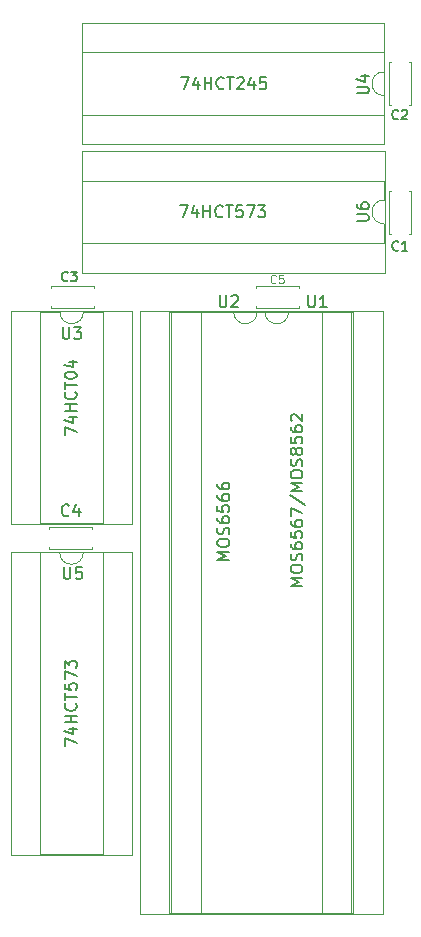
<source format=gbr>
%TF.GenerationSoftware,KiCad,Pcbnew,8.0.2*%
%TF.CreationDate,2024-06-14T23:34:29+02:00*%
%TF.ProjectId,MOS6566_Adapter,4d4f5336-3536-4365-9f41-646170746572,rev?*%
%TF.SameCoordinates,Original*%
%TF.FileFunction,Legend,Top*%
%TF.FilePolarity,Positive*%
%FSLAX46Y46*%
G04 Gerber Fmt 4.6, Leading zero omitted, Abs format (unit mm)*
G04 Created by KiCad (PCBNEW 8.0.2) date 2024-06-14 23:34:29*
%MOMM*%
%LPD*%
G01*
G04 APERTURE LIST*
%ADD10C,0.120000*%
%ADD11C,0.150000*%
G04 APERTURE END LIST*
D10*
X126183333Y-51050926D02*
X126150000Y-51084260D01*
X126150000Y-51084260D02*
X126050000Y-51117593D01*
X126050000Y-51117593D02*
X125983333Y-51117593D01*
X125983333Y-51117593D02*
X125883333Y-51084260D01*
X125883333Y-51084260D02*
X125816667Y-51017593D01*
X125816667Y-51017593D02*
X125783333Y-50950926D01*
X125783333Y-50950926D02*
X125750000Y-50817593D01*
X125750000Y-50817593D02*
X125750000Y-50717593D01*
X125750000Y-50717593D02*
X125783333Y-50584260D01*
X125783333Y-50584260D02*
X125816667Y-50517593D01*
X125816667Y-50517593D02*
X125883333Y-50450926D01*
X125883333Y-50450926D02*
X125983333Y-50417593D01*
X125983333Y-50417593D02*
X126050000Y-50417593D01*
X126050000Y-50417593D02*
X126150000Y-50450926D01*
X126150000Y-50450926D02*
X126183333Y-50484260D01*
X126816667Y-50417593D02*
X126483333Y-50417593D01*
X126483333Y-50417593D02*
X126450000Y-50750926D01*
X126450000Y-50750926D02*
X126483333Y-50717593D01*
X126483333Y-50717593D02*
X126550000Y-50684260D01*
X126550000Y-50684260D02*
X126716667Y-50684260D01*
X126716667Y-50684260D02*
X126783333Y-50717593D01*
X126783333Y-50717593D02*
X126816667Y-50750926D01*
X126816667Y-50750926D02*
X126850000Y-50817593D01*
X126850000Y-50817593D02*
X126850000Y-50984260D01*
X126850000Y-50984260D02*
X126816667Y-51050926D01*
X126816667Y-51050926D02*
X126783333Y-51084260D01*
X126783333Y-51084260D02*
X126716667Y-51117593D01*
X126716667Y-51117593D02*
X126550000Y-51117593D01*
X126550000Y-51117593D02*
X126483333Y-51084260D01*
X126483333Y-51084260D02*
X126450000Y-51050926D01*
D11*
X108566667Y-50886104D02*
X108528571Y-50924200D01*
X108528571Y-50924200D02*
X108414286Y-50962295D01*
X108414286Y-50962295D02*
X108338095Y-50962295D01*
X108338095Y-50962295D02*
X108223809Y-50924200D01*
X108223809Y-50924200D02*
X108147619Y-50848009D01*
X108147619Y-50848009D02*
X108109524Y-50771819D01*
X108109524Y-50771819D02*
X108071428Y-50619438D01*
X108071428Y-50619438D02*
X108071428Y-50505152D01*
X108071428Y-50505152D02*
X108109524Y-50352771D01*
X108109524Y-50352771D02*
X108147619Y-50276580D01*
X108147619Y-50276580D02*
X108223809Y-50200390D01*
X108223809Y-50200390D02*
X108338095Y-50162295D01*
X108338095Y-50162295D02*
X108414286Y-50162295D01*
X108414286Y-50162295D02*
X108528571Y-50200390D01*
X108528571Y-50200390D02*
X108566667Y-50238485D01*
X108833333Y-50162295D02*
X109328571Y-50162295D01*
X109328571Y-50162295D02*
X109061905Y-50467057D01*
X109061905Y-50467057D02*
X109176190Y-50467057D01*
X109176190Y-50467057D02*
X109252381Y-50505152D01*
X109252381Y-50505152D02*
X109290476Y-50543247D01*
X109290476Y-50543247D02*
X109328571Y-50619438D01*
X109328571Y-50619438D02*
X109328571Y-50809914D01*
X109328571Y-50809914D02*
X109290476Y-50886104D01*
X109290476Y-50886104D02*
X109252381Y-50924200D01*
X109252381Y-50924200D02*
X109176190Y-50962295D01*
X109176190Y-50962295D02*
X108947619Y-50962295D01*
X108947619Y-50962295D02*
X108871428Y-50924200D01*
X108871428Y-50924200D02*
X108833333Y-50886104D01*
X136566667Y-48286104D02*
X136528571Y-48324200D01*
X136528571Y-48324200D02*
X136414286Y-48362295D01*
X136414286Y-48362295D02*
X136338095Y-48362295D01*
X136338095Y-48362295D02*
X136223809Y-48324200D01*
X136223809Y-48324200D02*
X136147619Y-48248009D01*
X136147619Y-48248009D02*
X136109524Y-48171819D01*
X136109524Y-48171819D02*
X136071428Y-48019438D01*
X136071428Y-48019438D02*
X136071428Y-47905152D01*
X136071428Y-47905152D02*
X136109524Y-47752771D01*
X136109524Y-47752771D02*
X136147619Y-47676580D01*
X136147619Y-47676580D02*
X136223809Y-47600390D01*
X136223809Y-47600390D02*
X136338095Y-47562295D01*
X136338095Y-47562295D02*
X136414286Y-47562295D01*
X136414286Y-47562295D02*
X136528571Y-47600390D01*
X136528571Y-47600390D02*
X136566667Y-47638485D01*
X137328571Y-48362295D02*
X136871428Y-48362295D01*
X137100000Y-48362295D02*
X137100000Y-47562295D01*
X137100000Y-47562295D02*
X137023809Y-47676580D01*
X137023809Y-47676580D02*
X136947619Y-47752771D01*
X136947619Y-47752771D02*
X136871428Y-47790866D01*
X136566667Y-37186104D02*
X136528571Y-37224200D01*
X136528571Y-37224200D02*
X136414286Y-37262295D01*
X136414286Y-37262295D02*
X136338095Y-37262295D01*
X136338095Y-37262295D02*
X136223809Y-37224200D01*
X136223809Y-37224200D02*
X136147619Y-37148009D01*
X136147619Y-37148009D02*
X136109524Y-37071819D01*
X136109524Y-37071819D02*
X136071428Y-36919438D01*
X136071428Y-36919438D02*
X136071428Y-36805152D01*
X136071428Y-36805152D02*
X136109524Y-36652771D01*
X136109524Y-36652771D02*
X136147619Y-36576580D01*
X136147619Y-36576580D02*
X136223809Y-36500390D01*
X136223809Y-36500390D02*
X136338095Y-36462295D01*
X136338095Y-36462295D02*
X136414286Y-36462295D01*
X136414286Y-36462295D02*
X136528571Y-36500390D01*
X136528571Y-36500390D02*
X136566667Y-36538485D01*
X136871428Y-36538485D02*
X136909524Y-36500390D01*
X136909524Y-36500390D02*
X136985714Y-36462295D01*
X136985714Y-36462295D02*
X137176190Y-36462295D01*
X137176190Y-36462295D02*
X137252381Y-36500390D01*
X137252381Y-36500390D02*
X137290476Y-36538485D01*
X137290476Y-36538485D02*
X137328571Y-36614676D01*
X137328571Y-36614676D02*
X137328571Y-36690866D01*
X137328571Y-36690866D02*
X137290476Y-36805152D01*
X137290476Y-36805152D02*
X136833333Y-37262295D01*
X136833333Y-37262295D02*
X137328571Y-37262295D01*
X108138095Y-54854819D02*
X108138095Y-55664342D01*
X108138095Y-55664342D02*
X108185714Y-55759580D01*
X108185714Y-55759580D02*
X108233333Y-55807200D01*
X108233333Y-55807200D02*
X108328571Y-55854819D01*
X108328571Y-55854819D02*
X108519047Y-55854819D01*
X108519047Y-55854819D02*
X108614285Y-55807200D01*
X108614285Y-55807200D02*
X108661904Y-55759580D01*
X108661904Y-55759580D02*
X108709523Y-55664342D01*
X108709523Y-55664342D02*
X108709523Y-54854819D01*
X109090476Y-54854819D02*
X109709523Y-54854819D01*
X109709523Y-54854819D02*
X109376190Y-55235771D01*
X109376190Y-55235771D02*
X109519047Y-55235771D01*
X109519047Y-55235771D02*
X109614285Y-55283390D01*
X109614285Y-55283390D02*
X109661904Y-55331009D01*
X109661904Y-55331009D02*
X109709523Y-55426247D01*
X109709523Y-55426247D02*
X109709523Y-55664342D01*
X109709523Y-55664342D02*
X109661904Y-55759580D01*
X109661904Y-55759580D02*
X109614285Y-55807200D01*
X109614285Y-55807200D02*
X109519047Y-55854819D01*
X109519047Y-55854819D02*
X109233333Y-55854819D01*
X109233333Y-55854819D02*
X109138095Y-55807200D01*
X109138095Y-55807200D02*
X109090476Y-55759580D01*
X108320819Y-63966666D02*
X108320819Y-63300000D01*
X108320819Y-63300000D02*
X109320819Y-63728571D01*
X108654152Y-62490476D02*
X109320819Y-62490476D01*
X108273200Y-62728571D02*
X108987485Y-62966666D01*
X108987485Y-62966666D02*
X108987485Y-62347619D01*
X109320819Y-61966666D02*
X108320819Y-61966666D01*
X108797009Y-61966666D02*
X108797009Y-61395238D01*
X109320819Y-61395238D02*
X108320819Y-61395238D01*
X109225580Y-60347619D02*
X109273200Y-60395238D01*
X109273200Y-60395238D02*
X109320819Y-60538095D01*
X109320819Y-60538095D02*
X109320819Y-60633333D01*
X109320819Y-60633333D02*
X109273200Y-60776190D01*
X109273200Y-60776190D02*
X109177961Y-60871428D01*
X109177961Y-60871428D02*
X109082723Y-60919047D01*
X109082723Y-60919047D02*
X108892247Y-60966666D01*
X108892247Y-60966666D02*
X108749390Y-60966666D01*
X108749390Y-60966666D02*
X108558914Y-60919047D01*
X108558914Y-60919047D02*
X108463676Y-60871428D01*
X108463676Y-60871428D02*
X108368438Y-60776190D01*
X108368438Y-60776190D02*
X108320819Y-60633333D01*
X108320819Y-60633333D02*
X108320819Y-60538095D01*
X108320819Y-60538095D02*
X108368438Y-60395238D01*
X108368438Y-60395238D02*
X108416057Y-60347619D01*
X108320819Y-60061904D02*
X108320819Y-59490476D01*
X109320819Y-59776190D02*
X108320819Y-59776190D01*
X108320819Y-58966666D02*
X108320819Y-58871428D01*
X108320819Y-58871428D02*
X108368438Y-58776190D01*
X108368438Y-58776190D02*
X108416057Y-58728571D01*
X108416057Y-58728571D02*
X108511295Y-58680952D01*
X108511295Y-58680952D02*
X108701771Y-58633333D01*
X108701771Y-58633333D02*
X108939866Y-58633333D01*
X108939866Y-58633333D02*
X109130342Y-58680952D01*
X109130342Y-58680952D02*
X109225580Y-58728571D01*
X109225580Y-58728571D02*
X109273200Y-58776190D01*
X109273200Y-58776190D02*
X109320819Y-58871428D01*
X109320819Y-58871428D02*
X109320819Y-58966666D01*
X109320819Y-58966666D02*
X109273200Y-59061904D01*
X109273200Y-59061904D02*
X109225580Y-59109523D01*
X109225580Y-59109523D02*
X109130342Y-59157142D01*
X109130342Y-59157142D02*
X108939866Y-59204761D01*
X108939866Y-59204761D02*
X108701771Y-59204761D01*
X108701771Y-59204761D02*
X108511295Y-59157142D01*
X108511295Y-59157142D02*
X108416057Y-59109523D01*
X108416057Y-59109523D02*
X108368438Y-59061904D01*
X108368438Y-59061904D02*
X108320819Y-58966666D01*
X108654152Y-57776190D02*
X109320819Y-57776190D01*
X108273200Y-58014285D02*
X108987485Y-58252380D01*
X108987485Y-58252380D02*
X108987485Y-57633333D01*
X121438095Y-52154819D02*
X121438095Y-52964342D01*
X121438095Y-52964342D02*
X121485714Y-53059580D01*
X121485714Y-53059580D02*
X121533333Y-53107200D01*
X121533333Y-53107200D02*
X121628571Y-53154819D01*
X121628571Y-53154819D02*
X121819047Y-53154819D01*
X121819047Y-53154819D02*
X121914285Y-53107200D01*
X121914285Y-53107200D02*
X121961904Y-53059580D01*
X121961904Y-53059580D02*
X122009523Y-52964342D01*
X122009523Y-52964342D02*
X122009523Y-52154819D01*
X122438095Y-52250057D02*
X122485714Y-52202438D01*
X122485714Y-52202438D02*
X122580952Y-52154819D01*
X122580952Y-52154819D02*
X122819047Y-52154819D01*
X122819047Y-52154819D02*
X122914285Y-52202438D01*
X122914285Y-52202438D02*
X122961904Y-52250057D01*
X122961904Y-52250057D02*
X123009523Y-52345295D01*
X123009523Y-52345295D02*
X123009523Y-52440533D01*
X123009523Y-52440533D02*
X122961904Y-52583390D01*
X122961904Y-52583390D02*
X122390476Y-53154819D01*
X122390476Y-53154819D02*
X123009523Y-53154819D01*
X128454819Y-76738094D02*
X127454819Y-76738094D01*
X127454819Y-76738094D02*
X128169104Y-76404761D01*
X128169104Y-76404761D02*
X127454819Y-76071428D01*
X127454819Y-76071428D02*
X128454819Y-76071428D01*
X127454819Y-75404761D02*
X127454819Y-75214285D01*
X127454819Y-75214285D02*
X127502438Y-75119047D01*
X127502438Y-75119047D02*
X127597676Y-75023809D01*
X127597676Y-75023809D02*
X127788152Y-74976190D01*
X127788152Y-74976190D02*
X128121485Y-74976190D01*
X128121485Y-74976190D02*
X128311961Y-75023809D01*
X128311961Y-75023809D02*
X128407200Y-75119047D01*
X128407200Y-75119047D02*
X128454819Y-75214285D01*
X128454819Y-75214285D02*
X128454819Y-75404761D01*
X128454819Y-75404761D02*
X128407200Y-75499999D01*
X128407200Y-75499999D02*
X128311961Y-75595237D01*
X128311961Y-75595237D02*
X128121485Y-75642856D01*
X128121485Y-75642856D02*
X127788152Y-75642856D01*
X127788152Y-75642856D02*
X127597676Y-75595237D01*
X127597676Y-75595237D02*
X127502438Y-75499999D01*
X127502438Y-75499999D02*
X127454819Y-75404761D01*
X128407200Y-74595237D02*
X128454819Y-74452380D01*
X128454819Y-74452380D02*
X128454819Y-74214285D01*
X128454819Y-74214285D02*
X128407200Y-74119047D01*
X128407200Y-74119047D02*
X128359580Y-74071428D01*
X128359580Y-74071428D02*
X128264342Y-74023809D01*
X128264342Y-74023809D02*
X128169104Y-74023809D01*
X128169104Y-74023809D02*
X128073866Y-74071428D01*
X128073866Y-74071428D02*
X128026247Y-74119047D01*
X128026247Y-74119047D02*
X127978628Y-74214285D01*
X127978628Y-74214285D02*
X127931009Y-74404761D01*
X127931009Y-74404761D02*
X127883390Y-74499999D01*
X127883390Y-74499999D02*
X127835771Y-74547618D01*
X127835771Y-74547618D02*
X127740533Y-74595237D01*
X127740533Y-74595237D02*
X127645295Y-74595237D01*
X127645295Y-74595237D02*
X127550057Y-74547618D01*
X127550057Y-74547618D02*
X127502438Y-74499999D01*
X127502438Y-74499999D02*
X127454819Y-74404761D01*
X127454819Y-74404761D02*
X127454819Y-74166666D01*
X127454819Y-74166666D02*
X127502438Y-74023809D01*
X127454819Y-73166666D02*
X127454819Y-73357142D01*
X127454819Y-73357142D02*
X127502438Y-73452380D01*
X127502438Y-73452380D02*
X127550057Y-73499999D01*
X127550057Y-73499999D02*
X127692914Y-73595237D01*
X127692914Y-73595237D02*
X127883390Y-73642856D01*
X127883390Y-73642856D02*
X128264342Y-73642856D01*
X128264342Y-73642856D02*
X128359580Y-73595237D01*
X128359580Y-73595237D02*
X128407200Y-73547618D01*
X128407200Y-73547618D02*
X128454819Y-73452380D01*
X128454819Y-73452380D02*
X128454819Y-73261904D01*
X128454819Y-73261904D02*
X128407200Y-73166666D01*
X128407200Y-73166666D02*
X128359580Y-73119047D01*
X128359580Y-73119047D02*
X128264342Y-73071428D01*
X128264342Y-73071428D02*
X128026247Y-73071428D01*
X128026247Y-73071428D02*
X127931009Y-73119047D01*
X127931009Y-73119047D02*
X127883390Y-73166666D01*
X127883390Y-73166666D02*
X127835771Y-73261904D01*
X127835771Y-73261904D02*
X127835771Y-73452380D01*
X127835771Y-73452380D02*
X127883390Y-73547618D01*
X127883390Y-73547618D02*
X127931009Y-73595237D01*
X127931009Y-73595237D02*
X128026247Y-73642856D01*
X127454819Y-72166666D02*
X127454819Y-72642856D01*
X127454819Y-72642856D02*
X127931009Y-72690475D01*
X127931009Y-72690475D02*
X127883390Y-72642856D01*
X127883390Y-72642856D02*
X127835771Y-72547618D01*
X127835771Y-72547618D02*
X127835771Y-72309523D01*
X127835771Y-72309523D02*
X127883390Y-72214285D01*
X127883390Y-72214285D02*
X127931009Y-72166666D01*
X127931009Y-72166666D02*
X128026247Y-72119047D01*
X128026247Y-72119047D02*
X128264342Y-72119047D01*
X128264342Y-72119047D02*
X128359580Y-72166666D01*
X128359580Y-72166666D02*
X128407200Y-72214285D01*
X128407200Y-72214285D02*
X128454819Y-72309523D01*
X128454819Y-72309523D02*
X128454819Y-72547618D01*
X128454819Y-72547618D02*
X128407200Y-72642856D01*
X128407200Y-72642856D02*
X128359580Y-72690475D01*
X127454819Y-71261904D02*
X127454819Y-71452380D01*
X127454819Y-71452380D02*
X127502438Y-71547618D01*
X127502438Y-71547618D02*
X127550057Y-71595237D01*
X127550057Y-71595237D02*
X127692914Y-71690475D01*
X127692914Y-71690475D02*
X127883390Y-71738094D01*
X127883390Y-71738094D02*
X128264342Y-71738094D01*
X128264342Y-71738094D02*
X128359580Y-71690475D01*
X128359580Y-71690475D02*
X128407200Y-71642856D01*
X128407200Y-71642856D02*
X128454819Y-71547618D01*
X128454819Y-71547618D02*
X128454819Y-71357142D01*
X128454819Y-71357142D02*
X128407200Y-71261904D01*
X128407200Y-71261904D02*
X128359580Y-71214285D01*
X128359580Y-71214285D02*
X128264342Y-71166666D01*
X128264342Y-71166666D02*
X128026247Y-71166666D01*
X128026247Y-71166666D02*
X127931009Y-71214285D01*
X127931009Y-71214285D02*
X127883390Y-71261904D01*
X127883390Y-71261904D02*
X127835771Y-71357142D01*
X127835771Y-71357142D02*
X127835771Y-71547618D01*
X127835771Y-71547618D02*
X127883390Y-71642856D01*
X127883390Y-71642856D02*
X127931009Y-71690475D01*
X127931009Y-71690475D02*
X128026247Y-71738094D01*
X127454819Y-70833332D02*
X127454819Y-70166666D01*
X127454819Y-70166666D02*
X128454819Y-70595237D01*
X127407200Y-69071428D02*
X128692914Y-69928570D01*
X128454819Y-68738094D02*
X127454819Y-68738094D01*
X127454819Y-68738094D02*
X128169104Y-68404761D01*
X128169104Y-68404761D02*
X127454819Y-68071428D01*
X127454819Y-68071428D02*
X128454819Y-68071428D01*
X127454819Y-67404761D02*
X127454819Y-67214285D01*
X127454819Y-67214285D02*
X127502438Y-67119047D01*
X127502438Y-67119047D02*
X127597676Y-67023809D01*
X127597676Y-67023809D02*
X127788152Y-66976190D01*
X127788152Y-66976190D02*
X128121485Y-66976190D01*
X128121485Y-66976190D02*
X128311961Y-67023809D01*
X128311961Y-67023809D02*
X128407200Y-67119047D01*
X128407200Y-67119047D02*
X128454819Y-67214285D01*
X128454819Y-67214285D02*
X128454819Y-67404761D01*
X128454819Y-67404761D02*
X128407200Y-67499999D01*
X128407200Y-67499999D02*
X128311961Y-67595237D01*
X128311961Y-67595237D02*
X128121485Y-67642856D01*
X128121485Y-67642856D02*
X127788152Y-67642856D01*
X127788152Y-67642856D02*
X127597676Y-67595237D01*
X127597676Y-67595237D02*
X127502438Y-67499999D01*
X127502438Y-67499999D02*
X127454819Y-67404761D01*
X128407200Y-66595237D02*
X128454819Y-66452380D01*
X128454819Y-66452380D02*
X128454819Y-66214285D01*
X128454819Y-66214285D02*
X128407200Y-66119047D01*
X128407200Y-66119047D02*
X128359580Y-66071428D01*
X128359580Y-66071428D02*
X128264342Y-66023809D01*
X128264342Y-66023809D02*
X128169104Y-66023809D01*
X128169104Y-66023809D02*
X128073866Y-66071428D01*
X128073866Y-66071428D02*
X128026247Y-66119047D01*
X128026247Y-66119047D02*
X127978628Y-66214285D01*
X127978628Y-66214285D02*
X127931009Y-66404761D01*
X127931009Y-66404761D02*
X127883390Y-66499999D01*
X127883390Y-66499999D02*
X127835771Y-66547618D01*
X127835771Y-66547618D02*
X127740533Y-66595237D01*
X127740533Y-66595237D02*
X127645295Y-66595237D01*
X127645295Y-66595237D02*
X127550057Y-66547618D01*
X127550057Y-66547618D02*
X127502438Y-66499999D01*
X127502438Y-66499999D02*
X127454819Y-66404761D01*
X127454819Y-66404761D02*
X127454819Y-66166666D01*
X127454819Y-66166666D02*
X127502438Y-66023809D01*
X127883390Y-65452380D02*
X127835771Y-65547618D01*
X127835771Y-65547618D02*
X127788152Y-65595237D01*
X127788152Y-65595237D02*
X127692914Y-65642856D01*
X127692914Y-65642856D02*
X127645295Y-65642856D01*
X127645295Y-65642856D02*
X127550057Y-65595237D01*
X127550057Y-65595237D02*
X127502438Y-65547618D01*
X127502438Y-65547618D02*
X127454819Y-65452380D01*
X127454819Y-65452380D02*
X127454819Y-65261904D01*
X127454819Y-65261904D02*
X127502438Y-65166666D01*
X127502438Y-65166666D02*
X127550057Y-65119047D01*
X127550057Y-65119047D02*
X127645295Y-65071428D01*
X127645295Y-65071428D02*
X127692914Y-65071428D01*
X127692914Y-65071428D02*
X127788152Y-65119047D01*
X127788152Y-65119047D02*
X127835771Y-65166666D01*
X127835771Y-65166666D02*
X127883390Y-65261904D01*
X127883390Y-65261904D02*
X127883390Y-65452380D01*
X127883390Y-65452380D02*
X127931009Y-65547618D01*
X127931009Y-65547618D02*
X127978628Y-65595237D01*
X127978628Y-65595237D02*
X128073866Y-65642856D01*
X128073866Y-65642856D02*
X128264342Y-65642856D01*
X128264342Y-65642856D02*
X128359580Y-65595237D01*
X128359580Y-65595237D02*
X128407200Y-65547618D01*
X128407200Y-65547618D02*
X128454819Y-65452380D01*
X128454819Y-65452380D02*
X128454819Y-65261904D01*
X128454819Y-65261904D02*
X128407200Y-65166666D01*
X128407200Y-65166666D02*
X128359580Y-65119047D01*
X128359580Y-65119047D02*
X128264342Y-65071428D01*
X128264342Y-65071428D02*
X128073866Y-65071428D01*
X128073866Y-65071428D02*
X127978628Y-65119047D01*
X127978628Y-65119047D02*
X127931009Y-65166666D01*
X127931009Y-65166666D02*
X127883390Y-65261904D01*
X127454819Y-64166666D02*
X127454819Y-64642856D01*
X127454819Y-64642856D02*
X127931009Y-64690475D01*
X127931009Y-64690475D02*
X127883390Y-64642856D01*
X127883390Y-64642856D02*
X127835771Y-64547618D01*
X127835771Y-64547618D02*
X127835771Y-64309523D01*
X127835771Y-64309523D02*
X127883390Y-64214285D01*
X127883390Y-64214285D02*
X127931009Y-64166666D01*
X127931009Y-64166666D02*
X128026247Y-64119047D01*
X128026247Y-64119047D02*
X128264342Y-64119047D01*
X128264342Y-64119047D02*
X128359580Y-64166666D01*
X128359580Y-64166666D02*
X128407200Y-64214285D01*
X128407200Y-64214285D02*
X128454819Y-64309523D01*
X128454819Y-64309523D02*
X128454819Y-64547618D01*
X128454819Y-64547618D02*
X128407200Y-64642856D01*
X128407200Y-64642856D02*
X128359580Y-64690475D01*
X127454819Y-63261904D02*
X127454819Y-63452380D01*
X127454819Y-63452380D02*
X127502438Y-63547618D01*
X127502438Y-63547618D02*
X127550057Y-63595237D01*
X127550057Y-63595237D02*
X127692914Y-63690475D01*
X127692914Y-63690475D02*
X127883390Y-63738094D01*
X127883390Y-63738094D02*
X128264342Y-63738094D01*
X128264342Y-63738094D02*
X128359580Y-63690475D01*
X128359580Y-63690475D02*
X128407200Y-63642856D01*
X128407200Y-63642856D02*
X128454819Y-63547618D01*
X128454819Y-63547618D02*
X128454819Y-63357142D01*
X128454819Y-63357142D02*
X128407200Y-63261904D01*
X128407200Y-63261904D02*
X128359580Y-63214285D01*
X128359580Y-63214285D02*
X128264342Y-63166666D01*
X128264342Y-63166666D02*
X128026247Y-63166666D01*
X128026247Y-63166666D02*
X127931009Y-63214285D01*
X127931009Y-63214285D02*
X127883390Y-63261904D01*
X127883390Y-63261904D02*
X127835771Y-63357142D01*
X127835771Y-63357142D02*
X127835771Y-63547618D01*
X127835771Y-63547618D02*
X127883390Y-63642856D01*
X127883390Y-63642856D02*
X127931009Y-63690475D01*
X127931009Y-63690475D02*
X128026247Y-63738094D01*
X127550057Y-62785713D02*
X127502438Y-62738094D01*
X127502438Y-62738094D02*
X127454819Y-62642856D01*
X127454819Y-62642856D02*
X127454819Y-62404761D01*
X127454819Y-62404761D02*
X127502438Y-62309523D01*
X127502438Y-62309523D02*
X127550057Y-62261904D01*
X127550057Y-62261904D02*
X127645295Y-62214285D01*
X127645295Y-62214285D02*
X127740533Y-62214285D01*
X127740533Y-62214285D02*
X127883390Y-62261904D01*
X127883390Y-62261904D02*
X128454819Y-62833332D01*
X128454819Y-62833332D02*
X128454819Y-62214285D01*
X133054819Y-45861904D02*
X133864342Y-45861904D01*
X133864342Y-45861904D02*
X133959580Y-45814285D01*
X133959580Y-45814285D02*
X134007200Y-45766666D01*
X134007200Y-45766666D02*
X134054819Y-45671428D01*
X134054819Y-45671428D02*
X134054819Y-45480952D01*
X134054819Y-45480952D02*
X134007200Y-45385714D01*
X134007200Y-45385714D02*
X133959580Y-45338095D01*
X133959580Y-45338095D02*
X133864342Y-45290476D01*
X133864342Y-45290476D02*
X133054819Y-45290476D01*
X133054819Y-44385714D02*
X133054819Y-44576190D01*
X133054819Y-44576190D02*
X133102438Y-44671428D01*
X133102438Y-44671428D02*
X133150057Y-44719047D01*
X133150057Y-44719047D02*
X133292914Y-44814285D01*
X133292914Y-44814285D02*
X133483390Y-44861904D01*
X133483390Y-44861904D02*
X133864342Y-44861904D01*
X133864342Y-44861904D02*
X133959580Y-44814285D01*
X133959580Y-44814285D02*
X134007200Y-44766666D01*
X134007200Y-44766666D02*
X134054819Y-44671428D01*
X134054819Y-44671428D02*
X134054819Y-44480952D01*
X134054819Y-44480952D02*
X134007200Y-44385714D01*
X134007200Y-44385714D02*
X133959580Y-44338095D01*
X133959580Y-44338095D02*
X133864342Y-44290476D01*
X133864342Y-44290476D02*
X133626247Y-44290476D01*
X133626247Y-44290476D02*
X133531009Y-44338095D01*
X133531009Y-44338095D02*
X133483390Y-44385714D01*
X133483390Y-44385714D02*
X133435771Y-44480952D01*
X133435771Y-44480952D02*
X133435771Y-44671428D01*
X133435771Y-44671428D02*
X133483390Y-44766666D01*
X133483390Y-44766666D02*
X133531009Y-44814285D01*
X133531009Y-44814285D02*
X133626247Y-44861904D01*
X118068643Y-44544819D02*
X118735309Y-44544819D01*
X118735309Y-44544819D02*
X118306738Y-45544819D01*
X119544833Y-44878152D02*
X119544833Y-45544819D01*
X119306738Y-44497200D02*
X119068643Y-45211485D01*
X119068643Y-45211485D02*
X119687690Y-45211485D01*
X120068643Y-45544819D02*
X120068643Y-44544819D01*
X120068643Y-45021009D02*
X120640071Y-45021009D01*
X120640071Y-45544819D02*
X120640071Y-44544819D01*
X121687690Y-45449580D02*
X121640071Y-45497200D01*
X121640071Y-45497200D02*
X121497214Y-45544819D01*
X121497214Y-45544819D02*
X121401976Y-45544819D01*
X121401976Y-45544819D02*
X121259119Y-45497200D01*
X121259119Y-45497200D02*
X121163881Y-45401961D01*
X121163881Y-45401961D02*
X121116262Y-45306723D01*
X121116262Y-45306723D02*
X121068643Y-45116247D01*
X121068643Y-45116247D02*
X121068643Y-44973390D01*
X121068643Y-44973390D02*
X121116262Y-44782914D01*
X121116262Y-44782914D02*
X121163881Y-44687676D01*
X121163881Y-44687676D02*
X121259119Y-44592438D01*
X121259119Y-44592438D02*
X121401976Y-44544819D01*
X121401976Y-44544819D02*
X121497214Y-44544819D01*
X121497214Y-44544819D02*
X121640071Y-44592438D01*
X121640071Y-44592438D02*
X121687690Y-44640057D01*
X121973405Y-44544819D02*
X122544833Y-44544819D01*
X122259119Y-45544819D02*
X122259119Y-44544819D01*
X123354357Y-44544819D02*
X122878167Y-44544819D01*
X122878167Y-44544819D02*
X122830548Y-45021009D01*
X122830548Y-45021009D02*
X122878167Y-44973390D01*
X122878167Y-44973390D02*
X122973405Y-44925771D01*
X122973405Y-44925771D02*
X123211500Y-44925771D01*
X123211500Y-44925771D02*
X123306738Y-44973390D01*
X123306738Y-44973390D02*
X123354357Y-45021009D01*
X123354357Y-45021009D02*
X123401976Y-45116247D01*
X123401976Y-45116247D02*
X123401976Y-45354342D01*
X123401976Y-45354342D02*
X123354357Y-45449580D01*
X123354357Y-45449580D02*
X123306738Y-45497200D01*
X123306738Y-45497200D02*
X123211500Y-45544819D01*
X123211500Y-45544819D02*
X122973405Y-45544819D01*
X122973405Y-45544819D02*
X122878167Y-45497200D01*
X122878167Y-45497200D02*
X122830548Y-45449580D01*
X123735310Y-44544819D02*
X124401976Y-44544819D01*
X124401976Y-44544819D02*
X123973405Y-45544819D01*
X124687691Y-44544819D02*
X125306738Y-44544819D01*
X125306738Y-44544819D02*
X124973405Y-44925771D01*
X124973405Y-44925771D02*
X125116262Y-44925771D01*
X125116262Y-44925771D02*
X125211500Y-44973390D01*
X125211500Y-44973390D02*
X125259119Y-45021009D01*
X125259119Y-45021009D02*
X125306738Y-45116247D01*
X125306738Y-45116247D02*
X125306738Y-45354342D01*
X125306738Y-45354342D02*
X125259119Y-45449580D01*
X125259119Y-45449580D02*
X125211500Y-45497200D01*
X125211500Y-45497200D02*
X125116262Y-45544819D01*
X125116262Y-45544819D02*
X124830548Y-45544819D01*
X124830548Y-45544819D02*
X124735310Y-45497200D01*
X124735310Y-45497200D02*
X124687691Y-45449580D01*
X108238095Y-75154819D02*
X108238095Y-75964342D01*
X108238095Y-75964342D02*
X108285714Y-76059580D01*
X108285714Y-76059580D02*
X108333333Y-76107200D01*
X108333333Y-76107200D02*
X108428571Y-76154819D01*
X108428571Y-76154819D02*
X108619047Y-76154819D01*
X108619047Y-76154819D02*
X108714285Y-76107200D01*
X108714285Y-76107200D02*
X108761904Y-76059580D01*
X108761904Y-76059580D02*
X108809523Y-75964342D01*
X108809523Y-75964342D02*
X108809523Y-75154819D01*
X109761904Y-75154819D02*
X109285714Y-75154819D01*
X109285714Y-75154819D02*
X109238095Y-75631009D01*
X109238095Y-75631009D02*
X109285714Y-75583390D01*
X109285714Y-75583390D02*
X109380952Y-75535771D01*
X109380952Y-75535771D02*
X109619047Y-75535771D01*
X109619047Y-75535771D02*
X109714285Y-75583390D01*
X109714285Y-75583390D02*
X109761904Y-75631009D01*
X109761904Y-75631009D02*
X109809523Y-75726247D01*
X109809523Y-75726247D02*
X109809523Y-75964342D01*
X109809523Y-75964342D02*
X109761904Y-76059580D01*
X109761904Y-76059580D02*
X109714285Y-76107200D01*
X109714285Y-76107200D02*
X109619047Y-76154819D01*
X109619047Y-76154819D02*
X109380952Y-76154819D01*
X109380952Y-76154819D02*
X109285714Y-76107200D01*
X109285714Y-76107200D02*
X109238095Y-76059580D01*
X108338819Y-90317856D02*
X108338819Y-89651190D01*
X108338819Y-89651190D02*
X109338819Y-90079761D01*
X108672152Y-88841666D02*
X109338819Y-88841666D01*
X108291200Y-89079761D02*
X109005485Y-89317856D01*
X109005485Y-89317856D02*
X109005485Y-88698809D01*
X109338819Y-88317856D02*
X108338819Y-88317856D01*
X108815009Y-88317856D02*
X108815009Y-87746428D01*
X109338819Y-87746428D02*
X108338819Y-87746428D01*
X109243580Y-86698809D02*
X109291200Y-86746428D01*
X109291200Y-86746428D02*
X109338819Y-86889285D01*
X109338819Y-86889285D02*
X109338819Y-86984523D01*
X109338819Y-86984523D02*
X109291200Y-87127380D01*
X109291200Y-87127380D02*
X109195961Y-87222618D01*
X109195961Y-87222618D02*
X109100723Y-87270237D01*
X109100723Y-87270237D02*
X108910247Y-87317856D01*
X108910247Y-87317856D02*
X108767390Y-87317856D01*
X108767390Y-87317856D02*
X108576914Y-87270237D01*
X108576914Y-87270237D02*
X108481676Y-87222618D01*
X108481676Y-87222618D02*
X108386438Y-87127380D01*
X108386438Y-87127380D02*
X108338819Y-86984523D01*
X108338819Y-86984523D02*
X108338819Y-86889285D01*
X108338819Y-86889285D02*
X108386438Y-86746428D01*
X108386438Y-86746428D02*
X108434057Y-86698809D01*
X108338819Y-86413094D02*
X108338819Y-85841666D01*
X109338819Y-86127380D02*
X108338819Y-86127380D01*
X108338819Y-85032142D02*
X108338819Y-85508332D01*
X108338819Y-85508332D02*
X108815009Y-85555951D01*
X108815009Y-85555951D02*
X108767390Y-85508332D01*
X108767390Y-85508332D02*
X108719771Y-85413094D01*
X108719771Y-85413094D02*
X108719771Y-85174999D01*
X108719771Y-85174999D02*
X108767390Y-85079761D01*
X108767390Y-85079761D02*
X108815009Y-85032142D01*
X108815009Y-85032142D02*
X108910247Y-84984523D01*
X108910247Y-84984523D02*
X109148342Y-84984523D01*
X109148342Y-84984523D02*
X109243580Y-85032142D01*
X109243580Y-85032142D02*
X109291200Y-85079761D01*
X109291200Y-85079761D02*
X109338819Y-85174999D01*
X109338819Y-85174999D02*
X109338819Y-85413094D01*
X109338819Y-85413094D02*
X109291200Y-85508332D01*
X109291200Y-85508332D02*
X109243580Y-85555951D01*
X108338819Y-84651189D02*
X108338819Y-83984523D01*
X108338819Y-83984523D02*
X109338819Y-84413094D01*
X108338819Y-83698808D02*
X108338819Y-83079761D01*
X108338819Y-83079761D02*
X108719771Y-83413094D01*
X108719771Y-83413094D02*
X108719771Y-83270237D01*
X108719771Y-83270237D02*
X108767390Y-83174999D01*
X108767390Y-83174999D02*
X108815009Y-83127380D01*
X108815009Y-83127380D02*
X108910247Y-83079761D01*
X108910247Y-83079761D02*
X109148342Y-83079761D01*
X109148342Y-83079761D02*
X109243580Y-83127380D01*
X109243580Y-83127380D02*
X109291200Y-83174999D01*
X109291200Y-83174999D02*
X109338819Y-83270237D01*
X109338819Y-83270237D02*
X109338819Y-83555951D01*
X109338819Y-83555951D02*
X109291200Y-83651189D01*
X109291200Y-83651189D02*
X109243580Y-83698808D01*
X128938095Y-52154819D02*
X128938095Y-52964342D01*
X128938095Y-52964342D02*
X128985714Y-53059580D01*
X128985714Y-53059580D02*
X129033333Y-53107200D01*
X129033333Y-53107200D02*
X129128571Y-53154819D01*
X129128571Y-53154819D02*
X129319047Y-53154819D01*
X129319047Y-53154819D02*
X129414285Y-53107200D01*
X129414285Y-53107200D02*
X129461904Y-53059580D01*
X129461904Y-53059580D02*
X129509523Y-52964342D01*
X129509523Y-52964342D02*
X129509523Y-52154819D01*
X130509523Y-53154819D02*
X129938095Y-53154819D01*
X130223809Y-53154819D02*
X130223809Y-52154819D01*
X130223809Y-52154819D02*
X130128571Y-52297676D01*
X130128571Y-52297676D02*
X130033333Y-52392914D01*
X130033333Y-52392914D02*
X129938095Y-52440533D01*
X122254819Y-74538094D02*
X121254819Y-74538094D01*
X121254819Y-74538094D02*
X121969104Y-74204761D01*
X121969104Y-74204761D02*
X121254819Y-73871428D01*
X121254819Y-73871428D02*
X122254819Y-73871428D01*
X121254819Y-73204761D02*
X121254819Y-73014285D01*
X121254819Y-73014285D02*
X121302438Y-72919047D01*
X121302438Y-72919047D02*
X121397676Y-72823809D01*
X121397676Y-72823809D02*
X121588152Y-72776190D01*
X121588152Y-72776190D02*
X121921485Y-72776190D01*
X121921485Y-72776190D02*
X122111961Y-72823809D01*
X122111961Y-72823809D02*
X122207200Y-72919047D01*
X122207200Y-72919047D02*
X122254819Y-73014285D01*
X122254819Y-73014285D02*
X122254819Y-73204761D01*
X122254819Y-73204761D02*
X122207200Y-73299999D01*
X122207200Y-73299999D02*
X122111961Y-73395237D01*
X122111961Y-73395237D02*
X121921485Y-73442856D01*
X121921485Y-73442856D02*
X121588152Y-73442856D01*
X121588152Y-73442856D02*
X121397676Y-73395237D01*
X121397676Y-73395237D02*
X121302438Y-73299999D01*
X121302438Y-73299999D02*
X121254819Y-73204761D01*
X122207200Y-72395237D02*
X122254819Y-72252380D01*
X122254819Y-72252380D02*
X122254819Y-72014285D01*
X122254819Y-72014285D02*
X122207200Y-71919047D01*
X122207200Y-71919047D02*
X122159580Y-71871428D01*
X122159580Y-71871428D02*
X122064342Y-71823809D01*
X122064342Y-71823809D02*
X121969104Y-71823809D01*
X121969104Y-71823809D02*
X121873866Y-71871428D01*
X121873866Y-71871428D02*
X121826247Y-71919047D01*
X121826247Y-71919047D02*
X121778628Y-72014285D01*
X121778628Y-72014285D02*
X121731009Y-72204761D01*
X121731009Y-72204761D02*
X121683390Y-72299999D01*
X121683390Y-72299999D02*
X121635771Y-72347618D01*
X121635771Y-72347618D02*
X121540533Y-72395237D01*
X121540533Y-72395237D02*
X121445295Y-72395237D01*
X121445295Y-72395237D02*
X121350057Y-72347618D01*
X121350057Y-72347618D02*
X121302438Y-72299999D01*
X121302438Y-72299999D02*
X121254819Y-72204761D01*
X121254819Y-72204761D02*
X121254819Y-71966666D01*
X121254819Y-71966666D02*
X121302438Y-71823809D01*
X121254819Y-70966666D02*
X121254819Y-71157142D01*
X121254819Y-71157142D02*
X121302438Y-71252380D01*
X121302438Y-71252380D02*
X121350057Y-71299999D01*
X121350057Y-71299999D02*
X121492914Y-71395237D01*
X121492914Y-71395237D02*
X121683390Y-71442856D01*
X121683390Y-71442856D02*
X122064342Y-71442856D01*
X122064342Y-71442856D02*
X122159580Y-71395237D01*
X122159580Y-71395237D02*
X122207200Y-71347618D01*
X122207200Y-71347618D02*
X122254819Y-71252380D01*
X122254819Y-71252380D02*
X122254819Y-71061904D01*
X122254819Y-71061904D02*
X122207200Y-70966666D01*
X122207200Y-70966666D02*
X122159580Y-70919047D01*
X122159580Y-70919047D02*
X122064342Y-70871428D01*
X122064342Y-70871428D02*
X121826247Y-70871428D01*
X121826247Y-70871428D02*
X121731009Y-70919047D01*
X121731009Y-70919047D02*
X121683390Y-70966666D01*
X121683390Y-70966666D02*
X121635771Y-71061904D01*
X121635771Y-71061904D02*
X121635771Y-71252380D01*
X121635771Y-71252380D02*
X121683390Y-71347618D01*
X121683390Y-71347618D02*
X121731009Y-71395237D01*
X121731009Y-71395237D02*
X121826247Y-71442856D01*
X121254819Y-69966666D02*
X121254819Y-70442856D01*
X121254819Y-70442856D02*
X121731009Y-70490475D01*
X121731009Y-70490475D02*
X121683390Y-70442856D01*
X121683390Y-70442856D02*
X121635771Y-70347618D01*
X121635771Y-70347618D02*
X121635771Y-70109523D01*
X121635771Y-70109523D02*
X121683390Y-70014285D01*
X121683390Y-70014285D02*
X121731009Y-69966666D01*
X121731009Y-69966666D02*
X121826247Y-69919047D01*
X121826247Y-69919047D02*
X122064342Y-69919047D01*
X122064342Y-69919047D02*
X122159580Y-69966666D01*
X122159580Y-69966666D02*
X122207200Y-70014285D01*
X122207200Y-70014285D02*
X122254819Y-70109523D01*
X122254819Y-70109523D02*
X122254819Y-70347618D01*
X122254819Y-70347618D02*
X122207200Y-70442856D01*
X122207200Y-70442856D02*
X122159580Y-70490475D01*
X121254819Y-69061904D02*
X121254819Y-69252380D01*
X121254819Y-69252380D02*
X121302438Y-69347618D01*
X121302438Y-69347618D02*
X121350057Y-69395237D01*
X121350057Y-69395237D02*
X121492914Y-69490475D01*
X121492914Y-69490475D02*
X121683390Y-69538094D01*
X121683390Y-69538094D02*
X122064342Y-69538094D01*
X122064342Y-69538094D02*
X122159580Y-69490475D01*
X122159580Y-69490475D02*
X122207200Y-69442856D01*
X122207200Y-69442856D02*
X122254819Y-69347618D01*
X122254819Y-69347618D02*
X122254819Y-69157142D01*
X122254819Y-69157142D02*
X122207200Y-69061904D01*
X122207200Y-69061904D02*
X122159580Y-69014285D01*
X122159580Y-69014285D02*
X122064342Y-68966666D01*
X122064342Y-68966666D02*
X121826247Y-68966666D01*
X121826247Y-68966666D02*
X121731009Y-69014285D01*
X121731009Y-69014285D02*
X121683390Y-69061904D01*
X121683390Y-69061904D02*
X121635771Y-69157142D01*
X121635771Y-69157142D02*
X121635771Y-69347618D01*
X121635771Y-69347618D02*
X121683390Y-69442856D01*
X121683390Y-69442856D02*
X121731009Y-69490475D01*
X121731009Y-69490475D02*
X121826247Y-69538094D01*
X121254819Y-68109523D02*
X121254819Y-68299999D01*
X121254819Y-68299999D02*
X121302438Y-68395237D01*
X121302438Y-68395237D02*
X121350057Y-68442856D01*
X121350057Y-68442856D02*
X121492914Y-68538094D01*
X121492914Y-68538094D02*
X121683390Y-68585713D01*
X121683390Y-68585713D02*
X122064342Y-68585713D01*
X122064342Y-68585713D02*
X122159580Y-68538094D01*
X122159580Y-68538094D02*
X122207200Y-68490475D01*
X122207200Y-68490475D02*
X122254819Y-68395237D01*
X122254819Y-68395237D02*
X122254819Y-68204761D01*
X122254819Y-68204761D02*
X122207200Y-68109523D01*
X122207200Y-68109523D02*
X122159580Y-68061904D01*
X122159580Y-68061904D02*
X122064342Y-68014285D01*
X122064342Y-68014285D02*
X121826247Y-68014285D01*
X121826247Y-68014285D02*
X121731009Y-68061904D01*
X121731009Y-68061904D02*
X121683390Y-68109523D01*
X121683390Y-68109523D02*
X121635771Y-68204761D01*
X121635771Y-68204761D02*
X121635771Y-68395237D01*
X121635771Y-68395237D02*
X121683390Y-68490475D01*
X121683390Y-68490475D02*
X121731009Y-68538094D01*
X121731009Y-68538094D02*
X121826247Y-68585713D01*
X108683333Y-70759580D02*
X108635714Y-70807200D01*
X108635714Y-70807200D02*
X108492857Y-70854819D01*
X108492857Y-70854819D02*
X108397619Y-70854819D01*
X108397619Y-70854819D02*
X108254762Y-70807200D01*
X108254762Y-70807200D02*
X108159524Y-70711961D01*
X108159524Y-70711961D02*
X108111905Y-70616723D01*
X108111905Y-70616723D02*
X108064286Y-70426247D01*
X108064286Y-70426247D02*
X108064286Y-70283390D01*
X108064286Y-70283390D02*
X108111905Y-70092914D01*
X108111905Y-70092914D02*
X108159524Y-69997676D01*
X108159524Y-69997676D02*
X108254762Y-69902438D01*
X108254762Y-69902438D02*
X108397619Y-69854819D01*
X108397619Y-69854819D02*
X108492857Y-69854819D01*
X108492857Y-69854819D02*
X108635714Y-69902438D01*
X108635714Y-69902438D02*
X108683333Y-69950057D01*
X109540476Y-70188152D02*
X109540476Y-70854819D01*
X109302381Y-69807200D02*
X109064286Y-70521485D01*
X109064286Y-70521485D02*
X109683333Y-70521485D01*
X133054819Y-35061904D02*
X133864342Y-35061904D01*
X133864342Y-35061904D02*
X133959580Y-35014285D01*
X133959580Y-35014285D02*
X134007200Y-34966666D01*
X134007200Y-34966666D02*
X134054819Y-34871428D01*
X134054819Y-34871428D02*
X134054819Y-34680952D01*
X134054819Y-34680952D02*
X134007200Y-34585714D01*
X134007200Y-34585714D02*
X133959580Y-34538095D01*
X133959580Y-34538095D02*
X133864342Y-34490476D01*
X133864342Y-34490476D02*
X133054819Y-34490476D01*
X133388152Y-33585714D02*
X134054819Y-33585714D01*
X133007200Y-33823809D02*
X133721485Y-34061904D01*
X133721485Y-34061904D02*
X133721485Y-33442857D01*
X118168643Y-33694819D02*
X118835309Y-33694819D01*
X118835309Y-33694819D02*
X118406738Y-34694819D01*
X119644833Y-34028152D02*
X119644833Y-34694819D01*
X119406738Y-33647200D02*
X119168643Y-34361485D01*
X119168643Y-34361485D02*
X119787690Y-34361485D01*
X120168643Y-34694819D02*
X120168643Y-33694819D01*
X120168643Y-34171009D02*
X120740071Y-34171009D01*
X120740071Y-34694819D02*
X120740071Y-33694819D01*
X121787690Y-34599580D02*
X121740071Y-34647200D01*
X121740071Y-34647200D02*
X121597214Y-34694819D01*
X121597214Y-34694819D02*
X121501976Y-34694819D01*
X121501976Y-34694819D02*
X121359119Y-34647200D01*
X121359119Y-34647200D02*
X121263881Y-34551961D01*
X121263881Y-34551961D02*
X121216262Y-34456723D01*
X121216262Y-34456723D02*
X121168643Y-34266247D01*
X121168643Y-34266247D02*
X121168643Y-34123390D01*
X121168643Y-34123390D02*
X121216262Y-33932914D01*
X121216262Y-33932914D02*
X121263881Y-33837676D01*
X121263881Y-33837676D02*
X121359119Y-33742438D01*
X121359119Y-33742438D02*
X121501976Y-33694819D01*
X121501976Y-33694819D02*
X121597214Y-33694819D01*
X121597214Y-33694819D02*
X121740071Y-33742438D01*
X121740071Y-33742438D02*
X121787690Y-33790057D01*
X122073405Y-33694819D02*
X122644833Y-33694819D01*
X122359119Y-34694819D02*
X122359119Y-33694819D01*
X122930548Y-33790057D02*
X122978167Y-33742438D01*
X122978167Y-33742438D02*
X123073405Y-33694819D01*
X123073405Y-33694819D02*
X123311500Y-33694819D01*
X123311500Y-33694819D02*
X123406738Y-33742438D01*
X123406738Y-33742438D02*
X123454357Y-33790057D01*
X123454357Y-33790057D02*
X123501976Y-33885295D01*
X123501976Y-33885295D02*
X123501976Y-33980533D01*
X123501976Y-33980533D02*
X123454357Y-34123390D01*
X123454357Y-34123390D02*
X122882929Y-34694819D01*
X122882929Y-34694819D02*
X123501976Y-34694819D01*
X124359119Y-34028152D02*
X124359119Y-34694819D01*
X124121024Y-33647200D02*
X123882929Y-34361485D01*
X123882929Y-34361485D02*
X124501976Y-34361485D01*
X125359119Y-33694819D02*
X124882929Y-33694819D01*
X124882929Y-33694819D02*
X124835310Y-34171009D01*
X124835310Y-34171009D02*
X124882929Y-34123390D01*
X124882929Y-34123390D02*
X124978167Y-34075771D01*
X124978167Y-34075771D02*
X125216262Y-34075771D01*
X125216262Y-34075771D02*
X125311500Y-34123390D01*
X125311500Y-34123390D02*
X125359119Y-34171009D01*
X125359119Y-34171009D02*
X125406738Y-34266247D01*
X125406738Y-34266247D02*
X125406738Y-34504342D01*
X125406738Y-34504342D02*
X125359119Y-34599580D01*
X125359119Y-34599580D02*
X125311500Y-34647200D01*
X125311500Y-34647200D02*
X125216262Y-34694819D01*
X125216262Y-34694819D02*
X124978167Y-34694819D01*
X124978167Y-34694819D02*
X124882929Y-34647200D01*
X124882929Y-34647200D02*
X124835310Y-34599580D01*
D10*
%TO.C,C5*%
X124530000Y-51550000D02*
X124530000Y-51377500D01*
X124530000Y-53210000D02*
X124530000Y-53080000D01*
X128170000Y-51375000D02*
X124530000Y-51375000D01*
X128170000Y-51560000D02*
X128170000Y-51375000D01*
X128170000Y-53210000D02*
X124530000Y-53210000D01*
X128170000Y-53210000D02*
X128170000Y-53087500D01*
%TO.C,C3*%
X107130000Y-51390000D02*
X107130000Y-51512500D01*
X107130000Y-51390000D02*
X110770000Y-51390000D01*
X107130000Y-53040000D02*
X107130000Y-53225000D01*
X107130000Y-53225000D02*
X110770000Y-53225000D01*
X110770000Y-51390000D02*
X110770000Y-51520000D01*
X110770000Y-53050000D02*
X110770000Y-53222500D01*
%TO.C,C1*%
X135790000Y-43330000D02*
X135920000Y-43330000D01*
X135790000Y-46970000D02*
X135790000Y-43330000D01*
X135790000Y-46970000D02*
X135912500Y-46970000D01*
X137440000Y-46970000D02*
X137625000Y-46970000D01*
X137450000Y-43330000D02*
X137622500Y-43330000D01*
X137625000Y-46970000D02*
X137625000Y-43330000D01*
%TO.C,C2*%
X135790000Y-32430000D02*
X135920000Y-32430000D01*
X135790000Y-36070000D02*
X135790000Y-32430000D01*
X135790000Y-36070000D02*
X135912500Y-36070000D01*
X137440000Y-36070000D02*
X137625000Y-36070000D01*
X137450000Y-32430000D02*
X137622500Y-32430000D01*
X137625000Y-36070000D02*
X137625000Y-32430000D01*
%TO.C,U3*%
X103770000Y-53490000D02*
X103770000Y-71510000D01*
X103770000Y-71510000D02*
X114050000Y-71510000D01*
X106260000Y-53550000D02*
X106260000Y-71450000D01*
X106260000Y-71450000D02*
X111560000Y-71450000D01*
X107910000Y-53550000D02*
X106260000Y-53550000D01*
X111560000Y-53550000D02*
X109910000Y-53550000D01*
X111560000Y-71450000D02*
X111560000Y-53550000D01*
X114050000Y-53490000D02*
X103770000Y-53490000D01*
X114050000Y-71510000D02*
X114050000Y-53490000D01*
X109910000Y-53550000D02*
G75*
G02*
X107910000Y-53550000I-1000000J0D01*
G01*
%TO.C,U2*%
X114670000Y-53492000D02*
X114670000Y-104532000D01*
X114670000Y-104532000D02*
X132570000Y-104532000D01*
X117160000Y-53552000D02*
X117160000Y-104472000D01*
X117160000Y-104472000D02*
X130080000Y-104472000D01*
X122620000Y-53552000D02*
X117160000Y-53552000D01*
X130080000Y-53552000D02*
X124620000Y-53552000D01*
X130080000Y-104472000D02*
X130080000Y-53552000D01*
X132570000Y-53492000D02*
X114670000Y-53492000D01*
X132570000Y-104532000D02*
X132570000Y-53492000D01*
X124620000Y-53552000D02*
G75*
G02*
X122620000Y-53552000I-1000000J0D01*
G01*
%TO.C,U6*%
X109761500Y-39950000D02*
X109761500Y-50230000D01*
X109761500Y-50230000D02*
X135401500Y-50230000D01*
X109821500Y-42440000D02*
X109821500Y-47740000D01*
X109821500Y-47740000D02*
X135341500Y-47740000D01*
X135341500Y-42440000D02*
X109821500Y-42440000D01*
X135341500Y-44090000D02*
X135341500Y-42440000D01*
X135341500Y-47740000D02*
X135341500Y-46090000D01*
X135401500Y-39950000D02*
X109761500Y-39950000D01*
X135401500Y-50230000D02*
X135401500Y-39950000D01*
X135341500Y-46090000D02*
G75*
G02*
X135341500Y-44090000I0J1000000D01*
G01*
%TO.C,U5*%
X103754000Y-73860000D02*
X103754000Y-99500000D01*
X103754000Y-99500000D02*
X114034000Y-99500000D01*
X106244000Y-73920000D02*
X106244000Y-99440000D01*
X106244000Y-99440000D02*
X111544000Y-99440000D01*
X107894000Y-73920000D02*
X106244000Y-73920000D01*
X111544000Y-73920000D02*
X109894000Y-73920000D01*
X111544000Y-99440000D02*
X111544000Y-73920000D01*
X114034000Y-73860000D02*
X103754000Y-73860000D01*
X114034000Y-99500000D02*
X114034000Y-73860000D01*
X109894000Y-73920000D02*
G75*
G02*
X107894000Y-73920000I-1000000J0D01*
G01*
%TO.C,U1*%
X117330000Y-53492000D02*
X117330000Y-104532000D01*
X117330000Y-104532000D02*
X135230000Y-104532000D01*
X119820000Y-53552000D02*
X119820000Y-104472000D01*
X119820000Y-104472000D02*
X132740000Y-104472000D01*
X125280000Y-53552000D02*
X119820000Y-53552000D01*
X132740000Y-53552000D02*
X127280000Y-53552000D01*
X132740000Y-104472000D02*
X132740000Y-53552000D01*
X135230000Y-53492000D02*
X117330000Y-53492000D01*
X135230000Y-104532000D02*
X135230000Y-53492000D01*
X127280000Y-53552000D02*
G75*
G02*
X125280000Y-53552000I-1000000J0D01*
G01*
%TO.C,C4*%
X107030000Y-71790000D02*
X107030000Y-71912500D01*
X107030000Y-71790000D02*
X110670000Y-71790000D01*
X107030000Y-73440000D02*
X107030000Y-73625000D01*
X107030000Y-73625000D02*
X110670000Y-73625000D01*
X110670000Y-71790000D02*
X110670000Y-71920000D01*
X110670000Y-73450000D02*
X110670000Y-73622500D01*
%TO.C,U4*%
X109757500Y-29100000D02*
X109757500Y-39380000D01*
X109757500Y-39380000D02*
X135397500Y-39380000D01*
X109817500Y-31590000D02*
X109817500Y-36890000D01*
X109817500Y-36890000D02*
X135337500Y-36890000D01*
X135337500Y-31590000D02*
X109817500Y-31590000D01*
X135337500Y-33240000D02*
X135337500Y-31590000D01*
X135337500Y-36890000D02*
X135337500Y-35240000D01*
X135397500Y-29100000D02*
X109757500Y-29100000D01*
X135397500Y-39380000D02*
X135397500Y-29100000D01*
X135337500Y-35240000D02*
G75*
G02*
X135337500Y-33240000I0J1000000D01*
G01*
%TD*%
M02*

</source>
